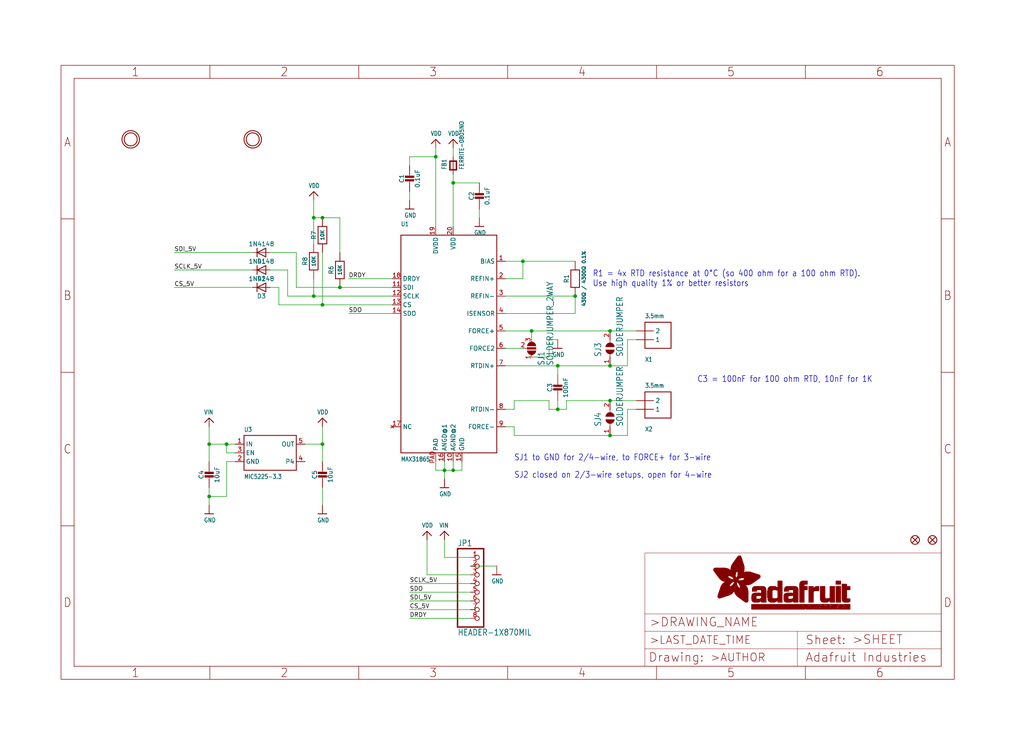
<source format=kicad_sch>
(kicad_sch (version 20211123) (generator eeschema)
  (paper "User" 298.45 217.881)
  (lib_symbols
    (symbol "eagleSchem-eagle-import:CAP_CERAMIC0805-NOOUTLINE"
      (property "Reference" "C" (at -2.29 1.25 90))
      (property "Value" "CAP_CERAMIC0805-NOOUTLINE" (at 2.3 1.25 90))
      (symbol "CAP_CERAMIC0805-NOOUTLINE_1_0"
        (pin passive line (at 0 5.08 270) (length 2.54) (name "1") (number "1"))
        (pin passive line (at 0 -2.54 90) (length 2.54) (name "2") (number "2"))
      )
    )
    (symbol "eagleSchem-eagle-import:DIODESOD-323"
      (property "Reference" "D" (at 0 2.54 0))
      (property "Value" "DIODESOD-323" (at 0 -2.5 0))
      (symbol "DIODESOD-323_1_0"
        (pin passive line (at -2.54 0 0) (length 2.54) (name "A") (number "A"))
        (pin passive line (at 2.54 0 180) (length 2.54) (name "C") (number "C"))
      )
    )
    (symbol "eagleSchem-eagle-import:FERRITE-0805NO"
      (property "Reference" "FB" (at -1.27 1.905 0))
      (property "Value" "FERRITE-0805NO" (at -1.27 -3.175 0))
      (symbol "FERRITE-0805NO_1_0"
        (pin passive line (at -2.54 0 0) (length 2.54) (name "P$1") (number "1"))
        (pin passive line (at 2.54 0 180) (length 2.54) (name "P$2") (number "2"))
      )
    )
    (symbol "eagleSchem-eagle-import:FIDUCIAL{dblquote}{dblquote}")
    (symbol "eagleSchem-eagle-import:FRAME_A4_ADAFRUIT"
      (symbol "FRAME_A4_ADAFRUIT_1_0"
        (text "1" (at 21.6958 1.905 0) (effects (font (size 2.54 2.286))))
        (text "1" (at 21.6958 177.165 0) (effects (font (size 2.54 2.286))))
        (text "2" (at 65.0875 1.905 0) (effects (font (size 2.54 2.286))))
        (text "2" (at 65.0875 177.165 0) (effects (font (size 2.54 2.286))))
        (text "3" (at 108.4792 1.905 0) (effects (font (size 2.54 2.286))))
        (text "3" (at 108.4792 177.165 0) (effects (font (size 2.54 2.286))))
        (text "4" (at 151.8708 1.905 0) (effects (font (size 2.54 2.286))))
        (text "4" (at 151.8708 177.165 0) (effects (font (size 2.54 2.286))))
        (text "5" (at 195.2625 1.905 0) (effects (font (size 2.54 2.286))))
        (text "5" (at 195.2625 177.165 0) (effects (font (size 2.54 2.286))))
        (text "6" (at 238.6542 1.905 0) (effects (font (size 2.54 2.286))))
        (text "6" (at 238.6542 177.165 0) (effects (font (size 2.54 2.286))))
        (text ">AUTHOR" (at 189.23 5.08 0) (effects (font (size 2.286 2.286)) (justify left bottom)))
        (text ">DRAWING_NAME" (at 171.45 15.24 0) (effects (font (size 2.54 2.54)) (justify left bottom)))
        (text ">LAST_DATE_TIME" (at 171.45 10.16 0) (effects (font (size 2.286 2.286)) (justify left bottom)))
        (text ">SHEET" (at 230.505 10.16 0) (effects (font (size 2.54 2.54)) (justify left bottom)))
        (text "A" (at 1.905 156.6863 0) (effects (font (size 2.54 2.286))))
        (text "A" (at 258.445 156.6863 0) (effects (font (size 2.54 2.286))))
        (text "Adafruit Industries" (at 216.916 4.953 0) (effects (font (size 2.54 2.54)) (justify left bottom)))
        (text "B" (at 1.905 111.9188 0) (effects (font (size 2.54 2.286))))
        (text "B" (at 258.445 111.9188 0) (effects (font (size 2.54 2.286))))
        (text "C" (at 1.905 67.1513 0) (effects (font (size 2.54 2.286))))
        (text "C" (at 258.445 67.1513 0) (effects (font (size 2.54 2.286))))
        (text "D" (at 1.905 22.3838 0) (effects (font (size 2.54 2.286))))
        (text "D" (at 258.445 22.3838 0) (effects (font (size 2.54 2.286))))
        (text "Drawing:" (at 171.196 4.953 0) (effects (font (size 2.54 2.54)) (justify left bottom)))
        (text "Sheet:" (at 216.916 10.033 0) (effects (font (size 2.54 2.54)) (justify left bottom)))
      )
    )
    (symbol "eagleSchem-eagle-import:GND" (power)
      (property "Value" "GND" (at -1.524 -2.54 0))
      (symbol "GND_1_0"
        (pin power_in line (at 0 2.54 270) (length 2.54) (name "GND") (number "1"))
      )
    )
    (symbol "eagleSchem-eagle-import:HEADER-1X870MIL"
      (property "Reference" "JP" (at -6.35 13.335 0))
      (property "Value" "HEADER-1X870MIL" (at -6.35 -12.7 0))
      (symbol "HEADER-1X870MIL_1_0"
        (pin passive inverted (at -2.54 10.16 0) (length 2.54) (name "1") (number "1"))
        (pin passive inverted (at -2.54 7.62 0) (length 2.54) (name "2") (number "2"))
        (pin passive inverted (at -2.54 5.08 0) (length 2.54) (name "3") (number "3"))
        (pin passive inverted (at -2.54 2.54 0) (length 2.54) (name "4") (number "4"))
        (pin passive inverted (at -2.54 0 0) (length 2.54) (name "5") (number "5"))
        (pin passive inverted (at -2.54 -2.54 0) (length 2.54) (name "6") (number "6"))
        (pin passive inverted (at -2.54 -5.08 0) (length 2.54) (name "7") (number "7"))
        (pin passive inverted (at -2.54 -7.62 0) (length 2.54) (name "8") (number "8"))
      )
    )
    (symbol "eagleSchem-eagle-import:MOUNTINGHOLE2.5")
    (symbol "eagleSchem-eagle-import:RESISTOR0805_NOOUTLINE"
      (property "Reference" "R" (at 0 2.54 0))
      (property "Value" "RESISTOR0805_NOOUTLINE" (at 0 0 0))
      (symbol "RESISTOR0805_NOOUTLINE_1_0"
        (pin passive line (at -5.08 0 0) (length 2.54) (name "1") (number "1"))
        (pin passive line (at 5.08 0 180) (length 2.54) (name "2") (number "2"))
      )
    )
    (symbol "eagleSchem-eagle-import:SOLDERJUMPER"
      (property "Reference" "SJ" (at -2.54 2.54 0))
      (property "Value" "SOLDERJUMPER" (at -2.54 -3.81 0))
      (symbol "SOLDERJUMPER_1_0"
        (pin passive line (at -5.08 0 0) (length 2.54) (name "1") (number "1"))
        (pin passive line (at 5.08 0 180) (length 2.54) (name "2") (number "2"))
      )
    )
    (symbol "eagleSchem-eagle-import:SOLDERJUMPER_2WAY"
      (property "Reference" "SJ" (at -5.08 -3.81 0))
      (property "Value" "SOLDERJUMPER_2WAY" (at -5.08 -6.35 0))
      (symbol "SOLDERJUMPER_2WAY_1_0"
        (pin passive line (at -2.54 0 0) (length 0) (name "1") (number "1"))
        (pin passive line (at 0 2.54 270) (length 0) (name "2") (number "2"))
        (pin passive line (at 2.54 0 180) (length 0) (name "3") (number "3"))
      )
    )
    (symbol "eagleSchem-eagle-import:TEMP_MAX31865"
      (property "Reference" "U" (at -15.24 33.02 0))
      (property "Value" "TEMP_MAX31865" (at -15.24 -35.56 0))
      (symbol "TEMP_MAX31865_1_0"
        (pin output line (at 15.24 22.86 180) (length 2.54) (name "BIAS") (number "1"))
        (pin power_in line (at 0 -35.56 90) (length 2.54) (name "AGND@2") (number "10"))
        (pin input line (at -17.78 15.24 0) (length 2.54) (name "SDI") (number "11"))
        (pin input line (at -17.78 12.7 0) (length 2.54) (name "SCLK") (number "12"))
        (pin input line (at -17.78 10.16 0) (length 2.54) (name "CS") (number "13"))
        (pin output line (at -17.78 7.62 0) (length 2.54) (name "SDO") (number "14"))
        (pin power_in line (at 2.54 -35.56 90) (length 2.54) (name "GND") (number "15"))
        (pin power_in line (at -2.54 -35.56 90) (length 2.54) (name "ANGD@1") (number "16"))
        (pin no_connect line (at -17.78 -25.4 0) (length 2.54) (name "NC") (number "17"))
        (pin output line (at -17.78 17.78 0) (length 2.54) (name "DRDY") (number "18"))
        (pin power_in line (at -5.08 33.02 270) (length 2.54) (name "DVDD") (number "19"))
        (pin bidirectional line (at 15.24 17.78 180) (length 2.54) (name "REFIN+") (number "2"))
        (pin power_in line (at 0 33.02 270) (length 2.54) (name "VDD") (number "20"))
        (pin bidirectional line (at 15.24 12.7 180) (length 2.54) (name "REFIN-") (number "3"))
        (pin input line (at 15.24 7.62 180) (length 2.54) (name "ISENSOR") (number "4"))
        (pin output line (at 15.24 2.54 180) (length 2.54) (name "FORCE+") (number "5"))
        (pin bidirectional line (at 15.24 -2.54 180) (length 2.54) (name "FORCE2") (number "6"))
        (pin bidirectional line (at 15.24 -7.62 180) (length 2.54) (name "RTDIN+") (number "7"))
        (pin bidirectional line (at 15.24 -20.32 180) (length 2.54) (name "RTDIN-") (number "8"))
        (pin input line (at 15.24 -25.4 180) (length 2.54) (name "FORCE-") (number "9"))
        (pin power_in line (at -5.08 -35.56 90) (length 2.54) (name "PAD") (number "PAD"))
      )
    )
    (symbol "eagleSchem-eagle-import:TERMBLOCK_1X2"
      (property "Reference" "X" (at -2.54 7.62 0))
      (property "Value" "TERMBLOCK_1X2" (at -2.54 -5.08 0))
      (symbol "TERMBLOCK_1X2_1_0"
        (pin passive line (at -5.08 2.54 0) (length 5.08) (name "1") (number "1"))
        (pin passive line (at -5.08 0 0) (length 5.08) (name "2") (number "2"))
      )
    )
    (symbol "eagleSchem-eagle-import:VDD" (power)
      (property "Value" "VDD" (at -1.524 1.016 0))
      (symbol "VDD_1_0"
        (pin power_in line (at 0 -2.54 90) (length 2.54) (name "VDD") (number "1"))
      )
    )
    (symbol "eagleSchem-eagle-import:VIN" (power)
      (property "Value" "VIN" (at -1.524 1.016 0))
      (symbol "VIN_1_0"
        (pin power_in line (at 0 -2.54 90) (length 2.54) (name "VIN") (number "1"))
      )
    )
    (symbol "eagleSchem-eagle-import:VREG_SOT23-5"
      (property "Reference" "U" (at -7.62 6.096 0))
      (property "Value" "VREG_SOT23-5" (at -7.62 -7.62 0))
      (symbol "VREG_SOT23-5_1_0"
        (pin power_in line (at -10.16 2.54 0) (length 2.54) (name "IN") (number "1"))
        (pin power_in line (at -10.16 -2.54 0) (length 2.54) (name "GND") (number "2"))
        (pin input line (at -10.16 0 0) (length 2.54) (name "EN") (number "3"))
        (pin bidirectional line (at 10.16 -2.54 180) (length 2.54) (name "P4") (number "4"))
        (pin power_in line (at 10.16 2.54 180) (length 2.54) (name "OUT") (number "5"))
      )
    )
  )
  (junction (at 99.06 83.82))
  (junction (at 127 45.72))
  (junction (at 91.44 63.5))
  (junction (at 152.4 76.2))
  (junction (at 91.44 86.36))
  (junction (at 154.94 96.52))
  (junction (at 177.8 116.84))
  (junction (at 162.56 119.38))
  (junction (at 60.96 129.54))
  (junction (at 93.98 63.5))
  (junction (at 132.08 137.16))
  (junction (at 177.8 127))
  (junction (at 177.8 106.68))
  (junction (at 93.98 129.54))
  (junction (at 132.08 53.34))
  (junction (at 162.56 106.68))
  (junction (at 93.98 88.9))
  (junction (at 66.04 129.54))
  (junction (at 167.64 86.36))
  (junction (at 177.8 96.52))
  (junction (at 60.96 144.78))
  (junction (at 129.54 137.16))
  (wire (pts (xy 66.04 144.78) (xy 60.96 144.78)))
  (wire (pts (xy 114.3 91.44) (xy 101.6 91.44)))
  (wire (pts (xy 182.88 99.06) (xy 185.42 99.06)))
  (wire (pts (xy 68.58 132.08) (xy 66.04 132.08)))
  (wire (pts (xy 114.3 86.36) (xy 91.44 86.36)))
  (wire (pts (xy 114.3 88.9) (xy 93.98 88.9)))
  (wire (pts (xy 177.8 116.84) (xy 165.1 116.84)))
  (wire (pts (xy 129.54 162.56) (xy 137.16 162.56)))
  (wire (pts (xy 137.16 172.72) (xy 119.38 172.72)))
  (wire (pts (xy 60.96 142.24) (xy 60.96 144.78)))
  (wire (pts (xy 127 45.72) (xy 127 43.18)))
  (wire (pts (xy 167.64 91.44) (xy 167.64 86.36)))
  (wire (pts (xy 149.86 127) (xy 177.8 127)))
  (wire (pts (xy 83.82 78.74) (xy 83.82 86.36)))
  (wire (pts (xy 66.04 132.08) (xy 66.04 129.54)))
  (wire (pts (xy 68.58 129.54) (xy 66.04 129.54)))
  (wire (pts (xy 93.98 142.24) (xy 93.98 147.32)))
  (wire (pts (xy 137.16 170.18) (xy 119.38 170.18)))
  (wire (pts (xy 91.44 63.5) (xy 93.98 63.5)))
  (wire (pts (xy 60.96 144.78) (xy 60.96 147.32)))
  (wire (pts (xy 129.54 137.16) (xy 129.54 139.7)))
  (wire (pts (xy 132.08 137.16) (xy 134.62 137.16)))
  (wire (pts (xy 147.32 124.46) (xy 149.86 124.46)))
  (wire (pts (xy 66.04 134.62) (xy 66.04 144.78)))
  (wire (pts (xy 137.16 180.34) (xy 119.38 180.34)))
  (wire (pts (xy 83.82 86.36) (xy 91.44 86.36)))
  (wire (pts (xy 160.02 104.14) (xy 160.02 99.06)))
  (wire (pts (xy 129.54 162.56) (xy 129.54 157.48)))
  (wire (pts (xy 137.16 167.64) (xy 124.46 167.64)))
  (wire (pts (xy 152.4 81.28) (xy 152.4 76.2)))
  (wire (pts (xy 154.94 104.14) (xy 160.02 104.14)))
  (wire (pts (xy 160.02 99.06) (xy 162.56 99.06)))
  (wire (pts (xy 127 66.04) (xy 127 45.72)))
  (wire (pts (xy 147.32 81.28) (xy 152.4 81.28)))
  (wire (pts (xy 177.8 106.68) (xy 182.88 106.68)))
  (wire (pts (xy 93.98 129.54) (xy 93.98 124.46)))
  (wire (pts (xy 132.08 43.18) (xy 132.08 45.72)))
  (wire (pts (xy 88.9 129.54) (xy 93.98 129.54)))
  (wire (pts (xy 86.36 73.66) (xy 78.74 73.66)))
  (wire (pts (xy 91.44 71.12) (xy 91.44 63.5)))
  (wire (pts (xy 91.44 58.42) (xy 91.44 63.5)))
  (wire (pts (xy 78.74 83.82) (xy 81.28 83.82)))
  (wire (pts (xy 177.8 116.84) (xy 185.42 116.84)))
  (wire (pts (xy 147.32 96.52) (xy 154.94 96.52)))
  (wire (pts (xy 147.32 91.44) (xy 167.64 91.44)))
  (wire (pts (xy 127 134.62) (xy 127 137.16)))
  (wire (pts (xy 182.88 127) (xy 182.88 119.38)))
  (wire (pts (xy 78.74 78.74) (xy 83.82 78.74)))
  (wire (pts (xy 149.86 124.46) (xy 149.86 127)))
  (wire (pts (xy 124.46 167.64) (xy 124.46 157.48)))
  (wire (pts (xy 182.88 119.38) (xy 185.42 119.38)))
  (wire (pts (xy 147.32 76.2) (xy 152.4 76.2)))
  (wire (pts (xy 60.96 129.54) (xy 60.96 124.46)))
  (wire (pts (xy 93.98 63.5) (xy 99.06 63.5)))
  (wire (pts (xy 149.86 119.38) (xy 149.86 116.84)))
  (wire (pts (xy 137.16 165.1) (xy 144.78 165.1)))
  (wire (pts (xy 177.8 127) (xy 182.88 127)))
  (wire (pts (xy 137.16 177.8) (xy 119.38 177.8)))
  (wire (pts (xy 132.08 53.34) (xy 139.7 53.34)))
  (wire (pts (xy 132.08 53.34) (xy 132.08 50.8)))
  (wire (pts (xy 177.8 96.52) (xy 185.42 96.52)))
  (wire (pts (xy 93.98 88.9) (xy 93.98 73.66)))
  (wire (pts (xy 154.94 96.52) (xy 177.8 96.52)))
  (wire (pts (xy 137.16 175.26) (xy 119.38 175.26)))
  (wire (pts (xy 162.56 119.38) (xy 160.02 119.38)))
  (wire (pts (xy 139.7 60.96) (xy 139.7 63.5)))
  (wire (pts (xy 132.08 134.62) (xy 132.08 137.16)))
  (wire (pts (xy 119.38 45.72) (xy 127 45.72)))
  (wire (pts (xy 93.98 129.54) (xy 93.98 134.62)))
  (wire (pts (xy 86.36 83.82) (xy 86.36 73.66)))
  (wire (pts (xy 114.3 83.82) (xy 99.06 83.82)))
  (wire (pts (xy 66.04 129.54) (xy 60.96 129.54)))
  (wire (pts (xy 114.3 81.28) (xy 101.6 81.28)))
  (wire (pts (xy 99.06 83.82) (xy 86.36 83.82)))
  (wire (pts (xy 152.4 76.2) (xy 167.64 76.2)))
  (wire (pts (xy 160.02 119.38) (xy 160.02 116.84)))
  (wire (pts (xy 134.62 137.16) (xy 134.62 134.62)))
  (wire (pts (xy 162.56 106.68) (xy 177.8 106.68)))
  (wire (pts (xy 91.44 86.36) (xy 91.44 81.28)))
  (wire (pts (xy 160.02 116.84) (xy 149.86 116.84)))
  (wire (pts (xy 119.38 55.88) (xy 119.38 58.42)))
  (wire (pts (xy 154.94 99.06) (xy 154.94 96.52)))
  (wire (pts (xy 60.96 134.62) (xy 60.96 129.54)))
  (wire (pts (xy 73.66 78.74) (xy 50.8 78.74)))
  (wire (pts (xy 81.28 83.82) (xy 81.28 88.9)))
  (wire (pts (xy 129.54 137.16) (xy 132.08 137.16)))
  (wire (pts (xy 162.56 109.22) (xy 162.56 106.68)))
  (wire (pts (xy 129.54 134.62) (xy 129.54 137.16)))
  (wire (pts (xy 119.38 48.26) (xy 119.38 45.72)))
  (wire (pts (xy 73.66 83.82) (xy 50.8 83.82)))
  (wire (pts (xy 147.32 106.68) (xy 162.56 106.68)))
  (wire (pts (xy 127 137.16) (xy 129.54 137.16)))
  (wire (pts (xy 152.4 101.6) (xy 147.32 101.6)))
  (wire (pts (xy 165.1 119.38) (xy 162.56 119.38)))
  (wire (pts (xy 73.66 73.66) (xy 50.8 73.66)))
  (wire (pts (xy 162.56 116.84) (xy 162.56 119.38)))
  (wire (pts (xy 182.88 106.68) (xy 182.88 99.06)))
  (wire (pts (xy 68.58 134.62) (xy 66.04 134.62)))
  (wire (pts (xy 81.28 88.9) (xy 93.98 88.9)))
  (wire (pts (xy 147.32 86.36) (xy 167.64 86.36)))
  (wire (pts (xy 165.1 119.38) (xy 165.1 116.84)))
  (wire (pts (xy 99.06 63.5) (xy 99.06 73.66)))
  (wire (pts (xy 147.32 119.38) (xy 149.86 119.38)))
  (wire (pts (xy 132.08 53.34) (xy 132.08 66.04)))
  (text "SJ2 closed on 2/3-wire setups, open for 4-wire" (at 149.86 139.7 180) (effects (font (size 1.778 1.5113)) (justify left bottom)))
  (text "SJ1 to GND for 2/4-wire, to FORCE+ for 3-wire" (at 149.86 134.62 180) (effects (font (size 1.778 1.5113)) (justify left bottom)))
  (text "C3 = 100nF for 100 ohm RTD, 10nF for 1K" (at 203.2 111.76 180) (effects (font (size 1.778 1.5113)) (justify left bottom)))
  (text "R1 = 4x RTD resistance at 0°C (so 400 ohm for a 100 ohm RTD).\nUse high quality 1% or better resistors" (at 172.72 83.82 180) (effects (font (size 1.778 1.5113)) (justify left bottom)))
  (label "SCLK_5V" (at 50.8 78.74 0) (effects (font (size 1.2446 1.2446))))
  (label "DRDY" (at 101.6 81.28 0) (effects (font (size 1.2446 1.2446))))
  (label "SDI_5V" (at 50.8 73.66 0) (effects (font (size 1.2446 1.2446))))
  (label "CS_5V" (at 119.38 177.8 0) (effects (font (size 1.2446 1.2446))))
  (label "SCLK_5V" (at 119.38 170.18 0) (effects (font (size 1.2446 1.2446))))
  (label "CS_5V" (at 50.8 83.82 0) (effects (font (size 1.2446 1.2446))))
  (label "SDO" (at 101.6 91.44 0) (effects (font (size 1.2446 1.2446))))
  (label "DRDY" (at 119.38 180.34 0) (effects (font (size 1.2446 1.2446))))
  (label "SDO" (at 119.38 172.72 0) (effects (font (size 1.2446 1.2446))))
  (label "SDI_5V" (at 119.38 175.26 0) (effects (font (size 1.2446 1.2446))))
  (symbol (lib_id "eagleSchem-eagle-import:CAP_CERAMIC0805-NOOUTLINE") (at 119.38 53.34 0) (unit 1)
    (property "Reference" "C1" (at 117.09 52.09 90))
    (property "Value" "0.1uF" (at 121.68 52.09 90))
    (property "Footprint" "eagleSchem:0805-NO" (effects hide))
  )
  (symbol (lib_id "eagleSchem-eagle-import:FERRITE-0805NO") (at 132.08 48.26 90) (unit 1)
    (property "Reference" "FB1" (at 130.175 49.53 0) (effects (font (size 1.27 1.0795)) (justify left bottom)))
    (property "Value" "FERRITE-0805NO" (at 135.255 49.53 0) (effects (font (size 1.27 1.0795)) (justify left bottom)))
    (property "Footprint" "eagleSchem:0805-NO" (effects hide))
  )
  (symbol (lib_id "eagleSchem-eagle-import:VDD") (at 93.98 121.92 0) (unit 1)
    (property "Reference" "#U$11" (effects hide))
    (property "Value" "VDD" (at 92.456 120.904 0) (effects (font (size 1.27 1.0795)) (justify left bottom)))
    (property "Footprint" "eagleSchem:" (effects hide))
  )
  (symbol (lib_id "eagleSchem-eagle-import:VDD") (at 91.44 55.88 0) (unit 1)
    (property "Reference" "#U$7" (effects hide))
    (property "Value" "VDD" (at 89.916 54.864 0) (effects (font (size 1.27 1.0795)) (justify left bottom)))
    (property "Footprint" "eagleSchem:" (effects hide))
  )
  (symbol (lib_id "eagleSchem-eagle-import:TERMBLOCK_1X2") (at 190.5 96.52 0) (mirror x) (unit 1)
    (property "Reference" "X1" (at 187.96 104.14 0) (effects (font (size 1.27 1.0795)) (justify left bottom)))
    (property "Value" "3.5mm" (at 187.96 91.44 0) (effects (font (size 1.27 1.0795)) (justify left bottom)))
    (property "Footprint" "eagleSchem:TERMBLOCK_1X2-3.5MM" (effects hide))
  )
  (symbol (lib_id "eagleSchem-eagle-import:TERMBLOCK_1X2") (at 190.5 116.84 0) (mirror x) (unit 1)
    (property "Reference" "X2" (at 187.96 124.46 0) (effects (font (size 1.27 1.0795)) (justify left bottom)))
    (property "Value" "3.5mm" (at 187.96 111.76 0) (effects (font (size 1.27 1.0795)) (justify left bottom)))
    (property "Footprint" "eagleSchem:TERMBLOCK_1X2-3.5MM" (effects hide))
  )
  (symbol (lib_id "eagleSchem-eagle-import:MOUNTINGHOLE2.5") (at 73.66 40.64 0) (unit 1)
    (property "Reference" "U$19" (effects hide))
    (property "Value" "MOUNTINGHOLE2.5" (effects hide))
    (property "Footprint" "eagleSchem:MOUNTINGHOLE_2.5_PLATED" (effects hide))
  )
  (symbol (lib_id "eagleSchem-eagle-import:SOLDERJUMPER_2WAY") (at 154.94 101.6 90) (unit 1)
    (property "Reference" "SJ1" (at 158.75 106.68 0) (effects (font (size 1.778 1.5113)) (justify left bottom)))
    (property "Value" "SOLDERJUMPER_2WAY" (at 161.29 106.68 0) (effects (font (size 1.778 1.5113)) (justify left bottom)))
    (property "Footprint" "eagleSchem:SOLDERJUMPER_2WAY_OPEN_NOPASTE" (effects hide))
  )
  (symbol (lib_id "eagleSchem-eagle-import:FRAME_A4_ADAFRUIT") (at 17.78 198.12 0) (unit 1)
    (property "Reference" "#U$17" (effects hide))
    (property "Value" "FRAME_A4_ADAFRUIT" (effects hide))
    (property "Footprint" "eagleSchem:" (effects hide))
  )
  (symbol (lib_id "eagleSchem-eagle-import:CAP_CERAMIC0805-NOOUTLINE") (at 139.7 58.42 0) (unit 1)
    (property "Reference" "C2" (at 137.41 57.17 90))
    (property "Value" "0.1uF" (at 142 57.17 90))
    (property "Footprint" "eagleSchem:0805-NO" (effects hide))
  )
  (symbol (lib_id "eagleSchem-eagle-import:GND") (at 119.38 60.96 0) (unit 1)
    (property "Reference" "#U$2" (effects hide))
    (property "Value" "GND" (at 117.856 63.5 0) (effects (font (size 1.27 1.0795)) (justify left bottom)))
    (property "Footprint" "eagleSchem:" (effects hide))
  )
  (symbol (lib_id "eagleSchem-eagle-import:GND") (at 93.98 149.86 0) (unit 1)
    (property "Reference" "#U$12" (effects hide))
    (property "Value" "GND" (at 92.456 152.4 0) (effects (font (size 1.27 1.0795)) (justify left bottom)))
    (property "Footprint" "eagleSchem:" (effects hide))
  )
  (symbol (lib_id "eagleSchem-eagle-import:GND") (at 60.96 149.86 0) (unit 1)
    (property "Reference" "#U$10" (effects hide))
    (property "Value" "GND" (at 59.436 152.4 0) (effects (font (size 1.27 1.0795)) (justify left bottom)))
    (property "Footprint" "eagleSchem:" (effects hide))
  )
  (symbol (lib_id "eagleSchem-eagle-import:VDD") (at 124.46 154.94 0) (unit 1)
    (property "Reference" "#U$14" (effects hide))
    (property "Value" "VDD" (at 122.936 153.924 0) (effects (font (size 1.27 1.0795)) (justify left bottom)))
    (property "Footprint" "eagleSchem:" (effects hide))
  )
  (symbol (lib_id "eagleSchem-eagle-import:SOLDERJUMPER") (at 177.8 101.6 90) (unit 1)
    (property "Reference" "SJ3" (at 175.26 104.14 0) (effects (font (size 1.778 1.5113)) (justify left bottom)))
    (property "Value" "SOLDERJUMPER" (at 181.61 104.14 0) (effects (font (size 1.778 1.5113)) (justify left bottom)))
    (property "Footprint" "eagleSchem:SOLDERJUMPER_ARROW_NOPASTE" (effects hide))
  )
  (symbol (lib_id "eagleSchem-eagle-import:VDD") (at 132.08 40.64 0) (unit 1)
    (property "Reference" "#U$5" (effects hide))
    (property "Value" "VDD" (at 130.556 39.624 0) (effects (font (size 1.27 1.0795)) (justify left bottom)))
    (property "Footprint" "eagleSchem:" (effects hide))
  )
  (symbol (lib_id "eagleSchem-eagle-import:CAP_CERAMIC0805-NOOUTLINE") (at 93.98 139.7 0) (unit 1)
    (property "Reference" "C5" (at 91.69 138.45 90))
    (property "Value" "10uF" (at 96.28 138.45 90))
    (property "Footprint" "eagleSchem:0805-NO" (effects hide))
  )
  (symbol (lib_id "eagleSchem-eagle-import:VDD") (at 127 40.64 0) (unit 1)
    (property "Reference" "#U$4" (effects hide))
    (property "Value" "VDD" (at 125.476 39.624 0) (effects (font (size 1.27 1.0795)) (justify left bottom)))
    (property "Footprint" "eagleSchem:" (effects hide))
  )
  (symbol (lib_id "eagleSchem-eagle-import:RESISTOR0805_NOOUTLINE") (at 91.44 76.2 90) (unit 1)
    (property "Reference" "R8" (at 88.9 76.2 0))
    (property "Value" "10K" (at 91.44 76.2 0) (effects (font (size 1.016 1.016) bold)))
    (property "Footprint" "eagleSchem:0805-NO" (effects hide))
  )
  (symbol (lib_id "eagleSchem-eagle-import:VIN") (at 129.54 154.94 0) (unit 1)
    (property "Reference" "#U$13" (effects hide))
    (property "Value" "VIN" (at 128.016 153.924 0) (effects (font (size 1.27 1.0795)) (justify left bottom)))
    (property "Footprint" "eagleSchem:" (effects hide))
  )
  (symbol (lib_id "eagleSchem-eagle-import:RESISTOR0805_NOOUTLINE") (at 93.98 68.58 90) (unit 1)
    (property "Reference" "R7" (at 91.44 68.58 0))
    (property "Value" "10K" (at 93.98 68.58 0) (effects (font (size 1.016 1.016) bold)))
    (property "Footprint" "eagleSchem:0805-NO" (effects hide))
  )
  (symbol (lib_id "eagleSchem-eagle-import:GND") (at 162.56 101.6 0) (unit 1)
    (property "Reference" "#U$6" (effects hide))
    (property "Value" "GND" (at 161.036 104.14 0) (effects (font (size 1.27 1.0795)) (justify left bottom)))
    (property "Footprint" "eagleSchem:" (effects hide))
  )
  (symbol (lib_id "eagleSchem-eagle-import:VIN") (at 60.96 121.92 0) (unit 1)
    (property "Reference" "#U$9" (effects hide))
    (property "Value" "VIN" (at 59.436 120.904 0) (effects (font (size 1.27 1.0795)) (justify left bottom)))
    (property "Footprint" "eagleSchem:" (effects hide))
  )
  (symbol (lib_id "eagleSchem-eagle-import:GND") (at 139.7 66.04 0) (unit 1)
    (property "Reference" "#U$3" (effects hide))
    (property "Value" "GND" (at 138.176 68.58 0) (effects (font (size 1.27 1.0795)) (justify left bottom)))
    (property "Footprint" "eagleSchem:" (effects hide))
  )
  (symbol (lib_id "eagleSchem-eagle-import:RESISTOR0805_NOOUTLINE") (at 99.06 78.74 90) (unit 1)
    (property "Reference" "R6" (at 96.52 78.74 0))
    (property "Value" "10K" (at 99.06 78.74 0) (effects (font (size 1.016 1.016) bold)))
    (property "Footprint" "eagleSchem:0805-NO" (effects hide))
  )
  (symbol (lib_id "eagleSchem-eagle-import:DIODESOD-323") (at 76.2 78.74 180) (unit 1)
    (property "Reference" "D2" (at 76.2 81.28 0))
    (property "Value" "1N4148" (at 76.2 76.24 0))
    (property "Footprint" "eagleSchem:SOD-323" (effects hide))
  )
  (symbol (lib_id "eagleSchem-eagle-import:SOLDERJUMPER") (at 177.8 121.92 90) (unit 1)
    (property "Reference" "SJ4" (at 175.26 124.46 0) (effects (font (size 1.778 1.5113)) (justify left bottom)))
    (property "Value" "SOLDERJUMPER" (at 181.61 124.46 0) (effects (font (size 1.778 1.5113)) (justify left bottom)))
    (property "Footprint" "eagleSchem:SOLDERJUMPER_ARROW_NOPASTE" (effects hide))
  )
  (symbol (lib_id "eagleSchem-eagle-import:MOUNTINGHOLE2.5") (at 38.1 40.64 0) (unit 1)
    (property "Reference" "U$18" (effects hide))
    (property "Value" "MOUNTINGHOLE2.5" (effects hide))
    (property "Footprint" "eagleSchem:MOUNTINGHOLE_2.5_PLATED" (effects hide))
  )
  (symbol (lib_id "eagleSchem-eagle-import:CAP_CERAMIC0805-NOOUTLINE") (at 162.56 114.3 0) (unit 1)
    (property "Reference" "C3" (at 160.27 113.05 90))
    (property "Value" "100nF" (at 164.86 113.05 90))
    (property "Footprint" "eagleSchem:0805-NO" (effects hide))
  )
  (symbol (lib_id "eagleSchem-eagle-import:GND") (at 129.54 142.24 0) (unit 1)
    (property "Reference" "#U$1" (effects hide))
    (property "Value" "GND" (at 128.016 144.78 0) (effects (font (size 1.27 1.0795)) (justify left bottom)))
    (property "Footprint" "eagleSchem:" (effects hide))
  )
  (symbol (lib_id "eagleSchem-eagle-import:DIODESOD-323") (at 76.2 73.66 180) (unit 1)
    (property "Reference" "D1" (at 76.2 76.2 0))
    (property "Value" "1N4148" (at 76.2 71.16 0))
    (property "Footprint" "eagleSchem:SOD-323" (effects hide))
  )
  (symbol (lib_id "eagleSchem-eagle-import:HEADER-1X870MIL") (at 139.7 172.72 0) (unit 1)
    (property "Reference" "JP1" (at 133.35 159.385 0) (effects (font (size 1.778 1.5113)) (justify left bottom)))
    (property "Value" "HEADER-1X870MIL" (at 133.35 185.42 0) (effects (font (size 1.778 1.5113)) (justify left bottom)))
    (property "Footprint" "eagleSchem:1X08_ROUND_70" (effects hide))
  )
  (symbol (lib_id "eagleSchem-eagle-import:FIDUCIAL{dblquote}{dblquote}") (at 266.7 157.48 0) (unit 1)
    (property "Reference" "FID2" (effects hide))
    (property "Value" "FIDUCIAL{dblquote}{dblquote}" (effects hide))
    (property "Footprint" "eagleSchem:FIDUCIAL_1MM" (effects hide))
  )
  (symbol (lib_id "eagleSchem-eagle-import:DIODESOD-323") (at 76.2 83.82 180) (unit 1)
    (property "Reference" "D3" (at 76.2 86.36 0))
    (property "Value" "1N4148" (at 76.2 81.32 0))
    (property "Footprint" "eagleSchem:SOD-323" (effects hide))
  )
  (symbol (lib_id "eagleSchem-eagle-import:TEMP_MAX31865") (at 132.08 99.06 0) (unit 1)
    (property "Reference" "U1" (at 116.84 66.04 0) (effects (font (size 1.27 1.0795)) (justify left bottom)))
    (property "Value" "MAX31865" (at 116.84 134.62 0) (effects (font (size 1.27 1.0795)) (justify left bottom)))
    (property "Footprint" "eagleSchem:QFN20_4MM_0.65MM" (effects hide))
  )
  (symbol (lib_id "eagleSchem-eagle-import:CAP_CERAMIC0805-NOOUTLINE") (at 60.96 139.7 0) (unit 1)
    (property "Reference" "C4" (at 58.67 138.45 90))
    (property "Value" "10uF" (at 63.26 138.45 90))
    (property "Footprint" "eagleSchem:0805-NO" (effects hide))
  )
  (symbol (lib_id "eagleSchem-eagle-import:FIDUCIAL{dblquote}{dblquote}") (at 271.78 157.48 0) (unit 1)
    (property "Reference" "FID1" (effects hide))
    (property "Value" "FIDUCIAL{dblquote}{dblquote}" (effects hide))
    (property "Footprint" "eagleSchem:FIDUCIAL_1MM" (effects hide))
  )
  (symbol (lib_id "eagleSchem-eagle-import:VREG_SOT23-5") (at 78.74 132.08 0) (unit 1)
    (property "Reference" "U3" (at 71.12 125.984 0) (effects (font (size 1.27 1.0795)) (justify left bottom)))
    (property "Value" "MIC5225-3.3" (at 71.12 139.7 0) (effects (font (size 1.27 1.0795)) (justify left bottom)))
    (property "Footprint" "eagleSchem:SOT23-5" (effects hide))
  )
  (symbol (lib_id "eagleSchem-eagle-import:RESISTOR0805_NOOUTLINE") (at 167.64 81.28 90) (unit 1)
    (property "Reference" "R1" (at 165.1 81.28 0))
    (property "Value" "430Ω / 4300Ω 0.1%" (at 170.18 81.28 0) (effects (font (size 1.016 1.016) bold)))
    (property "Footprint" "eagleSchem:0805-NO" (effects hide))
  )
  (symbol (lib_id "eagleSchem-eagle-import:GND") (at 144.78 167.64 0) (unit 1)
    (property "Reference" "#U$15" (effects hide))
    (property "Value" "GND" (at 143.256 170.18 0) (effects (font (size 1.27 1.0795)) (justify left bottom)))
    (property "Footprint" "eagleSchem:" (effects hide))
  )
)
</source>
